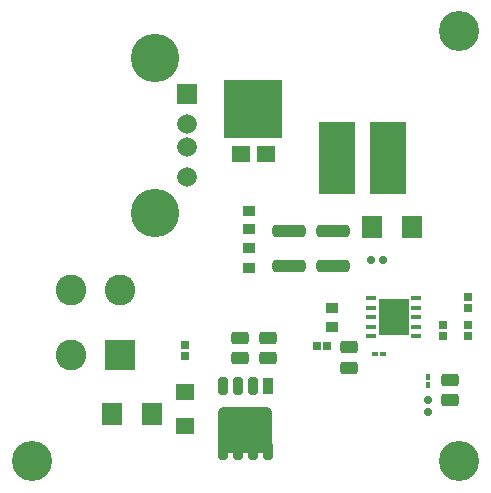
<source format=gts>
G04*
G04 #@! TF.GenerationSoftware,Altium Limited,Altium Designer,19.1.6 (110)*
G04*
G04 Layer_Color=8388736*
%FSLAX43Y43*%
%MOMM*%
G71*
G01*
G75*
%ADD15R,2.590X3.100*%
%ADD16R,0.850X0.400*%
G04:AMPARAMS|DCode=17|XSize=0.6mm|YSize=0.6mm|CornerRadius=0.175mm|HoleSize=0mm|Usage=FLASHONLY|Rotation=90.000|XOffset=0mm|YOffset=0mm|HoleType=Round|Shape=RoundedRectangle|*
%AMROUNDEDRECTD17*
21,1,0.600,0.250,0,0,90.0*
21,1,0.250,0.600,0,0,90.0*
1,1,0.350,0.125,0.125*
1,1,0.350,0.125,-0.125*
1,1,0.350,-0.125,-0.125*
1,1,0.350,-0.125,0.125*
%
%ADD17ROUNDEDRECTD17*%
%ADD18R,0.650X0.650*%
%ADD19R,3.100X6.200*%
%ADD20R,1.500X1.350*%
%ADD21R,4.900X4.900*%
%ADD22R,1.000X0.950*%
%ADD23R,0.450X0.500*%
%ADD24R,0.500X0.450*%
%ADD25R,1.500X1.400*%
G04:AMPARAMS|DCode=26|XSize=2.8mm|YSize=1.1mm|CornerRadius=0.3mm|HoleSize=0mm|Usage=FLASHONLY|Rotation=0.000|XOffset=0mm|YOffset=0mm|HoleType=Round|Shape=RoundedRectangle|*
%AMROUNDEDRECTD26*
21,1,2.800,0.500,0,0,0.0*
21,1,2.200,1.100,0,0,0.0*
1,1,0.600,1.100,-0.250*
1,1,0.600,-1.100,-0.250*
1,1,0.600,-1.100,0.250*
1,1,0.600,1.100,0.250*
%
%ADD26ROUNDEDRECTD26*%
G04:AMPARAMS|DCode=27|XSize=1.5mm|YSize=1.1mm|CornerRadius=0.3mm|HoleSize=0mm|Usage=FLASHONLY|Rotation=0.000|XOffset=0mm|YOffset=0mm|HoleType=Round|Shape=RoundedRectangle|*
%AMROUNDEDRECTD27*
21,1,1.500,0.500,0,0,0.0*
21,1,0.900,1.100,0,0,0.0*
1,1,0.600,0.450,-0.250*
1,1,0.600,-0.450,-0.250*
1,1,0.600,-0.450,0.250*
1,1,0.600,0.450,0.250*
%
%ADD27ROUNDEDRECTD27*%
%ADD28R,1.050X0.900*%
%ADD29R,1.800X1.900*%
%ADD30R,0.650X0.650*%
G04:AMPARAMS|DCode=31|XSize=0.6mm|YSize=0.6mm|CornerRadius=0.175mm|HoleSize=0mm|Usage=FLASHONLY|Rotation=180.000|XOffset=0mm|YOffset=0mm|HoleType=Round|Shape=RoundedRectangle|*
%AMROUNDEDRECTD31*
21,1,0.600,0.250,0,0,180.0*
21,1,0.250,0.600,0,0,180.0*
1,1,0.350,-0.125,0.125*
1,1,0.350,0.125,0.125*
1,1,0.350,0.125,-0.125*
1,1,0.350,-0.125,-0.125*
%
%ADD31ROUNDEDRECTD31*%
G04:AMPARAMS|DCode=32|XSize=4.62mm|YSize=3.95mm|CornerRadius=0.531mm|HoleSize=0mm|Usage=FLASHONLY|Rotation=0.000|XOffset=0mm|YOffset=0mm|HoleType=Round|Shape=RoundedRectangle|*
%AMROUNDEDRECTD32*
21,1,4.620,2.888,0,0,0.0*
21,1,3.558,3.950,0,0,0.0*
1,1,1.063,1.779,-1.444*
1,1,1.063,-1.779,-1.444*
1,1,1.063,-1.779,1.444*
1,1,1.063,1.779,1.444*
%
%ADD32ROUNDEDRECTD32*%
G04:AMPARAMS|DCode=33|XSize=0.81mm|YSize=1.472mm|CornerRadius=0.139mm|HoleSize=0mm|Usage=FLASHONLY|Rotation=0.000|XOffset=0mm|YOffset=0mm|HoleType=Round|Shape=RoundedRectangle|*
%AMROUNDEDRECTD33*
21,1,0.810,1.195,0,0,0.0*
21,1,0.532,1.472,0,0,0.0*
1,1,0.278,0.266,-0.597*
1,1,0.278,-0.266,-0.597*
1,1,0.278,-0.266,0.597*
1,1,0.278,0.266,0.597*
%
%ADD33ROUNDEDRECTD33*%
%ADD34R,0.810X1.472*%
%ADD35C,3.400*%
%ADD36R,1.670X1.670*%
%ADD37C,1.670*%
%ADD38C,4.100*%
%ADD39R,2.600X2.600*%
%ADD40C,2.600*%
D15*
X90950Y70000D02*
D03*
D16*
X92845Y68400D02*
D03*
Y69200D02*
D03*
Y70000D02*
D03*
Y70800D02*
D03*
Y71600D02*
D03*
X89055Y68400D02*
D03*
Y69200D02*
D03*
Y70000D02*
D03*
Y70800D02*
D03*
Y71600D02*
D03*
D17*
X89000Y74800D02*
D03*
X90000D02*
D03*
D18*
X97200Y71700D02*
D03*
Y70800D02*
D03*
X73300Y66700D02*
D03*
Y67600D02*
D03*
X97200Y68400D02*
D03*
Y69300D02*
D03*
X95100D02*
D03*
Y68400D02*
D03*
D19*
X86100Y83500D02*
D03*
X90500D02*
D03*
D20*
X78020Y83800D02*
D03*
X80100D02*
D03*
D21*
X79060Y87605D02*
D03*
D22*
X85700Y69200D02*
D03*
Y70750D02*
D03*
X78700Y77425D02*
D03*
Y78975D02*
D03*
D23*
X93825Y64925D02*
D03*
Y64225D02*
D03*
D24*
X89325Y66900D02*
D03*
X90025D02*
D03*
D25*
X73250Y63650D02*
D03*
X73300Y60750D02*
D03*
D26*
X85800Y74300D02*
D03*
Y77300D02*
D03*
X82100Y74300D02*
D03*
Y77300D02*
D03*
D27*
X80300Y66500D02*
D03*
Y68200D02*
D03*
X77900D02*
D03*
Y66500D02*
D03*
X95675Y62950D02*
D03*
Y64650D02*
D03*
X87150Y65725D02*
D03*
Y67425D02*
D03*
D28*
X78700Y74175D02*
D03*
Y75825D02*
D03*
D29*
X89100Y77600D02*
D03*
X92500D02*
D03*
X70500Y61800D02*
D03*
X67100D02*
D03*
D30*
X84425Y67575D02*
D03*
X85325D02*
D03*
D31*
X93825Y61975D02*
D03*
Y62975D02*
D03*
D32*
X78365Y60480D02*
D03*
D33*
X76460Y58660D02*
D03*
X77730D02*
D03*
X79000D02*
D03*
X80270D02*
D03*
X76460Y64200D02*
D03*
X77730D02*
D03*
X79000D02*
D03*
D34*
X80270D02*
D03*
D35*
X96500Y94200D02*
D03*
Y57800D02*
D03*
X60300D02*
D03*
D36*
X73410Y88870D02*
D03*
D37*
Y86370D02*
D03*
Y84370D02*
D03*
Y81870D02*
D03*
D38*
X70700Y91940D02*
D03*
Y78800D02*
D03*
D39*
X67800Y66800D02*
D03*
D40*
X63600D02*
D03*
Y72300D02*
D03*
X67800D02*
D03*
M02*

</source>
